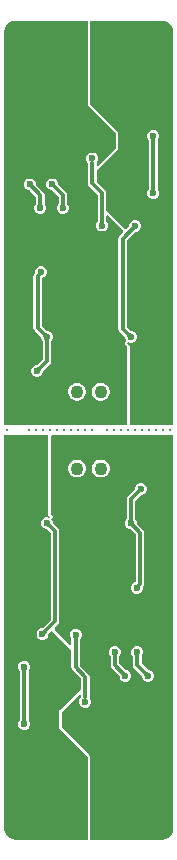
<source format=gbl>
G04*
G04 #@! TF.GenerationSoftware,Altium Limited,Altium Designer,21.0.8 (223)*
G04*
G04 Layer_Physical_Order=2*
G04 Layer_Color=16711680*
%FSLAX25Y25*%
%MOIN*%
G70*
G04*
G04 #@! TF.SameCoordinates,5BEE501C-0E39-4D07-B5F2-D33AD55358CD*
G04*
G04*
G04 #@! TF.FilePolarity,Positive*
G04*
G01*
G75*
%ADD21C,0.04331*%
%ADD26C,0.01181*%
%ADD41C,0.01181*%
%ADD43C,0.02362*%
%ADD44C,0.03150*%
G36*
X15945Y136220D02*
X15945Y109646D01*
X16680Y108911D01*
X16396Y108487D01*
X15945Y108674D01*
X15157D01*
X14429Y108372D01*
X13872Y107815D01*
X13570Y107087D01*
Y106299D01*
X13872Y105571D01*
X14429Y105013D01*
X15157Y104712D01*
X15566D01*
X15583Y104709D01*
X15588Y104707D01*
X15599Y104705D01*
X15609Y104700D01*
X15638Y104683D01*
X15670Y104660D01*
X15713Y104624D01*
X16889Y103448D01*
Y74613D01*
X14142Y71866D01*
X14123Y71851D01*
X14078Y71819D01*
X14045Y71797D01*
X14026Y71788D01*
X14013Y71784D01*
X14004Y71782D01*
X13999Y71781D01*
X13986Y71777D01*
X13683D01*
X12955Y71475D01*
X12398Y70918D01*
X12096Y70190D01*
Y69402D01*
X12398Y68674D01*
X12955Y68117D01*
X13683Y67815D01*
X14471D01*
X15199Y68117D01*
X15757Y68674D01*
X16058Y69402D01*
Y69705D01*
X16062Y69718D01*
X16063Y69723D01*
X16065Y69732D01*
X16069Y69745D01*
X16079Y69764D01*
X16100Y69797D01*
X16126Y69834D01*
X16159Y69873D01*
X17030Y70744D01*
X17640Y70647D01*
X23701Y64586D01*
Y58739D01*
X23809Y58197D01*
X24116Y57737D01*
X26929Y54924D01*
Y51338D01*
X24016Y48425D01*
X20147Y44556D01*
X19685Y44748D01*
X19685Y44961D01*
Y48425D01*
X19685Y44094D01*
X19685Y44094D01*
X19685Y44094D01*
X19685Y38385D01*
X29134Y28936D01*
Y1326D01*
X4921D01*
X4921Y1326D01*
X4921Y1326D01*
X4429Y1384D01*
X3989Y1442D01*
X3120Y1802D01*
X2374Y2374D01*
X1802Y3120D01*
X1442Y3989D01*
X1382Y4445D01*
X1326Y4921D01*
X1326Y5421D01*
X1326Y136221D01*
X15945Y136220D01*
D02*
G37*
G36*
X16738Y106685D02*
X16755Y106617D01*
X16781Y106546D01*
X16815Y106472D01*
X16859Y106395D01*
X16911Y106315D01*
X16973Y106232D01*
X17123Y106058D01*
X17212Y105966D01*
X16433Y105074D01*
X16342Y105162D01*
X16166Y105308D01*
X16083Y105367D01*
X16001Y105416D01*
X15922Y105455D01*
X15846Y105485D01*
X15772Y105504D01*
X15701Y105514D01*
X15633Y105515D01*
X16731Y106751D01*
X16738Y106685D01*
D02*
G37*
G36*
X15719Y70603D02*
X15631Y70511D01*
X15483Y70336D01*
X15423Y70253D01*
X15372Y70172D01*
X15330Y70094D01*
X15298Y70018D01*
X15276Y69946D01*
X15262Y69875D01*
X15258Y69808D01*
X14089Y70977D01*
X14156Y70981D01*
X14227Y70995D01*
X14299Y71017D01*
X14375Y71049D01*
X14453Y71091D01*
X14534Y71141D01*
X14617Y71201D01*
X14704Y71271D01*
X14884Y71438D01*
X15719Y70603D01*
D02*
G37*
G36*
X25946Y68752D02*
X25901Y68701D01*
X25861Y68642D01*
X25825Y68574D01*
X25795Y68498D01*
X25769Y68414D01*
X25747Y68321D01*
X25731Y68219D01*
X25719Y68109D01*
X25709Y67864D01*
X24528Y67865D01*
X24526Y67992D01*
X24507Y68220D01*
X24491Y68322D01*
X24469Y68415D01*
X24443Y68499D01*
X24413Y68575D01*
X24377Y68643D01*
X24337Y68702D01*
X24292Y68753D01*
X25946Y68752D01*
D02*
G37*
G36*
X57730Y5421D02*
X57730Y5118D01*
X57730Y4921D01*
X57673Y4445D01*
X57613Y3989D01*
X57253Y3120D01*
X56681Y2374D01*
X55935Y1802D01*
X55066Y1442D01*
X54182Y1326D01*
X29950D01*
Y28936D01*
X29950Y28936D01*
X29887Y29249D01*
X29711Y29513D01*
X29711Y29513D01*
X20501Y38723D01*
X20501Y43831D01*
X20724Y43980D01*
X24592Y47848D01*
X24592Y47848D01*
X26467Y49723D01*
X26929Y49531D01*
Y48819D01*
X26929Y48819D01*
X26960Y48660D01*
X26667Y48366D01*
X26365Y47638D01*
Y46850D01*
X26667Y46122D01*
X27224Y45565D01*
X27952Y45263D01*
X28741D01*
X29469Y45565D01*
X30026Y46122D01*
X30328Y46850D01*
Y47638D01*
X30026Y48366D01*
X29733Y48660D01*
X29764Y48819D01*
Y55512D01*
X29656Y56054D01*
X29349Y56514D01*
X26537Y59327D01*
Y68085D01*
X26539Y68110D01*
X26548Y68164D01*
X26557Y68203D01*
X26563Y68223D01*
X26570Y68234D01*
X26575Y68242D01*
X26577Y68247D01*
X26584Y68258D01*
X26799Y68473D01*
X27101Y69201D01*
Y69990D01*
X26799Y70718D01*
X26242Y71275D01*
X25514Y71577D01*
X24726D01*
X23998Y71275D01*
X23440Y70718D01*
X23139Y69990D01*
Y69201D01*
X23440Y68473D01*
X23654Y68260D01*
X23661Y68248D01*
X23662Y68244D01*
X23667Y68236D01*
X23675Y68224D01*
X23681Y68204D01*
X23690Y68165D01*
X23697Y68121D01*
X23701Y68069D01*
Y66393D01*
X23239Y66202D01*
X18217Y71224D01*
X18123Y71533D01*
X18110Y71757D01*
X18114Y71801D01*
X18121Y71827D01*
X18126Y71840D01*
X19310Y73023D01*
X19617Y73483D01*
X19725Y74026D01*
Y104035D01*
X19617Y104578D01*
X19310Y105038D01*
X17639Y106708D01*
X17610Y106742D01*
X17580Y106783D01*
X17555Y106820D01*
X17541Y106846D01*
X17541Y106846D01*
X17533Y106870D01*
X17532Y106873D01*
Y107087D01*
X17231Y107815D01*
X17043Y108003D01*
X17074Y108034D01*
X17358Y108458D01*
X17388Y108532D01*
X17433Y108599D01*
X17449Y108678D01*
X17479Y108752D01*
Y108832D01*
X17495Y108911D01*
X17480Y108990D01*
Y109070D01*
X17449Y109144D01*
X17433Y109223D01*
X17388Y109290D01*
X17358Y109364D01*
X17301Y109421D01*
X17256Y109488D01*
X16760Y109984D01*
X16760Y135721D01*
X17260Y136221D01*
X57730D01*
X57730Y5421D01*
D02*
G37*
G36*
X54134Y274265D02*
X54134Y274265D01*
X54150Y274263D01*
X54626Y274207D01*
X55066Y274149D01*
X55935Y273789D01*
X56681Y273216D01*
X57253Y272470D01*
X57613Y271602D01*
X57673Y271146D01*
X57730Y270669D01*
X57730Y270169D01*
X57730Y139370D01*
X43110Y139370D01*
X43110Y165945D01*
X42376Y166680D01*
X42659Y167103D01*
X43110Y166917D01*
X43898D01*
X44626Y167218D01*
X45183Y167775D01*
X45485Y168504D01*
Y169292D01*
X45183Y170020D01*
X44626Y170577D01*
X43898Y170879D01*
X43489D01*
X43472Y170882D01*
X43467Y170884D01*
X43456Y170886D01*
X43446Y170890D01*
X43417Y170908D01*
X43385Y170931D01*
X43342Y170966D01*
X42166Y172142D01*
Y200977D01*
X44913Y203724D01*
X44932Y203740D01*
X44977Y203772D01*
X45010Y203793D01*
X45029Y203803D01*
X45042Y203806D01*
X45051Y203808D01*
X45056Y203810D01*
X45069Y203813D01*
X45372D01*
X46100Y204115D01*
X46657Y204672D01*
X46959Y205400D01*
Y206189D01*
X46657Y206917D01*
X46100Y207474D01*
X45372Y207776D01*
X44584D01*
X43856Y207474D01*
X43299Y206917D01*
X42997Y206189D01*
Y205885D01*
X42994Y205873D01*
X42992Y205868D01*
X42990Y205859D01*
X42987Y205845D01*
X42977Y205827D01*
X42956Y205793D01*
X42929Y205757D01*
X42896Y205717D01*
X42025Y204847D01*
X41415Y204943D01*
X38583Y207776D01*
X35354Y211004D01*
Y216851D01*
X35246Y217394D01*
X34939Y217854D01*
X32126Y220666D01*
Y224252D01*
X38908Y231034D01*
X39370Y230843D01*
X39370Y230645D01*
Y227165D01*
X39370Y231496D01*
X39370Y231496D01*
X39370Y231496D01*
X39370Y234467D01*
Y237205D01*
X29921Y246654D01*
Y274265D01*
X54134D01*
X54134Y274265D01*
D02*
G37*
G36*
X29106Y246654D02*
X29106Y246654D01*
X29168Y246342D01*
X29344Y246077D01*
X29344Y246077D01*
X38554Y236867D01*
Y234467D01*
X38554Y231760D01*
X38331Y231611D01*
X32588Y225868D01*
X32126Y226059D01*
Y226772D01*
X32127Y226772D01*
X32095Y226931D01*
X32388Y227224D01*
X32690Y227952D01*
Y228741D01*
X32388Y229469D01*
X31831Y230026D01*
X31103Y230328D01*
X30315D01*
X29586Y230026D01*
X29029Y229469D01*
X28728Y228741D01*
Y227952D01*
X29029Y227224D01*
X29323Y226931D01*
X29291Y226772D01*
Y220079D01*
X29399Y219536D01*
X29706Y219076D01*
X32518Y216264D01*
Y207505D01*
X32516Y207481D01*
X32507Y207427D01*
X32498Y207388D01*
X32492Y207368D01*
X32485Y207356D01*
X32480Y207348D01*
X32478Y207344D01*
X32471Y207332D01*
X32256Y207117D01*
X31954Y206389D01*
Y205601D01*
X32256Y204873D01*
X32813Y204315D01*
X33541Y204014D01*
X34330D01*
X35058Y204315D01*
X35615Y204873D01*
X35917Y205601D01*
Y206389D01*
X35615Y207117D01*
X35401Y207331D01*
X35394Y207342D01*
X35393Y207347D01*
X35388Y207354D01*
X35381Y207366D01*
X35374Y207386D01*
X35366Y207425D01*
X35358Y207470D01*
X35354Y207521D01*
Y209197D01*
X35816Y209389D01*
X38006Y207199D01*
X38006Y207199D01*
X40838Y204367D01*
X40933Y204058D01*
X40945Y203834D01*
X40941Y203790D01*
X40934Y203764D01*
X40929Y203750D01*
X39746Y202567D01*
X39438Y202107D01*
X39330Y201565D01*
Y171555D01*
X39438Y171013D01*
X39746Y170553D01*
X41416Y168882D01*
X41445Y168849D01*
X41475Y168808D01*
X41500Y168770D01*
X41514Y168745D01*
X41514Y168745D01*
X41522Y168720D01*
X41523Y168718D01*
Y168504D01*
X41824Y167775D01*
X42012Y167588D01*
X41981Y167557D01*
X41697Y167133D01*
X41667Y167059D01*
X41622Y166992D01*
X41606Y166913D01*
X41576Y166839D01*
Y166758D01*
X41560Y166680D01*
X41576Y166601D01*
Y166520D01*
X41606Y166446D01*
X41622Y166367D01*
X41667Y166300D01*
X41697Y166226D01*
X41754Y166170D01*
X41799Y166103D01*
X42295Y165607D01*
X42295Y139870D01*
X41795Y139370D01*
X1326D01*
X1326Y270169D01*
X1326Y270472D01*
X1326Y270669D01*
X1382Y271146D01*
X1442Y271602D01*
X1802Y272470D01*
X2374Y273216D01*
X3120Y273789D01*
X3989Y274149D01*
X4874Y274265D01*
X29106D01*
Y246654D01*
D02*
G37*
G36*
X34527Y207726D02*
X34529Y207599D01*
X34548Y207370D01*
X34565Y207269D01*
X34586Y207176D01*
X34612Y207091D01*
X34642Y207015D01*
X34678Y206948D01*
X34718Y206889D01*
X34763Y206838D01*
X33109Y206839D01*
X33154Y206890D01*
X33194Y206949D01*
X33230Y207016D01*
X33261Y207092D01*
X33287Y207177D01*
X33308Y207270D01*
X33324Y207371D01*
X33336Y207481D01*
X33346Y207727D01*
X34527Y207726D01*
D02*
G37*
G36*
X44966Y204613D02*
X44899Y204609D01*
X44829Y204596D01*
X44756Y204573D01*
X44680Y204541D01*
X44602Y204500D01*
X44521Y204449D01*
X44438Y204389D01*
X44352Y204320D01*
X44171Y204153D01*
X43336Y204988D01*
X43424Y205079D01*
X43572Y205254D01*
X43633Y205338D01*
X43683Y205419D01*
X43725Y205497D01*
X43757Y205572D01*
X43780Y205645D01*
X43793Y205715D01*
X43797Y205783D01*
X44966Y204613D01*
D02*
G37*
G36*
X42713Y170429D02*
X42889Y170282D01*
X42972Y170223D01*
X43054Y170175D01*
X43133Y170135D01*
X43209Y170106D01*
X43283Y170086D01*
X43354Y170076D01*
X43422Y170076D01*
X42324Y168840D01*
X42317Y168905D01*
X42300Y168974D01*
X42274Y169045D01*
X42240Y169119D01*
X42196Y169196D01*
X42144Y169276D01*
X42082Y169359D01*
X41932Y169533D01*
X41844Y169624D01*
X42622Y170517D01*
X42713Y170429D01*
D02*
G37*
%LPC*%
G36*
X8428Y60876D02*
X7640D01*
X6912Y60575D01*
X6354Y60018D01*
X6053Y59289D01*
Y58501D01*
X6354Y57773D01*
X6569Y57559D01*
X6576Y57547D01*
X6577Y57543D01*
X6583Y57535D01*
X6590Y57523D01*
X6596Y57503D01*
X6605Y57464D01*
X6612Y57420D01*
X6616Y57369D01*
Y41274D01*
X6613Y41249D01*
X6605Y41195D01*
X6596Y41156D01*
X6590Y41136D01*
X6583Y41124D01*
X6577Y41116D01*
X6576Y41112D01*
X6569Y41100D01*
X6354Y40886D01*
X6053Y40158D01*
Y39370D01*
X6354Y38642D01*
X6912Y38084D01*
X7640Y37783D01*
X8428D01*
X9156Y38084D01*
X9713Y38642D01*
X10015Y39370D01*
Y40158D01*
X9713Y40886D01*
X9499Y41100D01*
X9492Y41112D01*
X9490Y41116D01*
X9485Y41124D01*
X9478Y41136D01*
X9472Y41156D01*
X9463Y41195D01*
X9456Y41239D01*
X9452Y41291D01*
Y57386D01*
X9454Y57410D01*
X9463Y57464D01*
X9472Y57503D01*
X9478Y57523D01*
X9485Y57535D01*
X9490Y57543D01*
X9492Y57547D01*
X9499Y57559D01*
X9713Y57773D01*
X10015Y58501D01*
Y59289D01*
X9713Y60018D01*
X9156Y60575D01*
X8428Y60876D01*
D02*
G37*
%LPD*%
G36*
X8816Y58001D02*
X8776Y57942D01*
X8740Y57875D01*
X8709Y57799D01*
X8683Y57714D01*
X8662Y57621D01*
X8646Y57520D01*
X8634Y57409D01*
X8624Y57164D01*
X7443D01*
X7441Y57291D01*
X7422Y57520D01*
X7406Y57621D01*
X7384Y57714D01*
X7358Y57799D01*
X7327Y57875D01*
X7292Y57942D01*
X7252Y58001D01*
X7207Y58052D01*
X8861D01*
X8816Y58001D01*
D02*
G37*
G36*
X8627Y41368D02*
X8646Y41140D01*
X8662Y41038D01*
X8683Y40945D01*
X8709Y40861D01*
X8740Y40784D01*
X8776Y40717D01*
X8816Y40658D01*
X8861Y40607D01*
X7207D01*
X7252Y40658D01*
X7292Y40717D01*
X7327Y40784D01*
X7358Y40861D01*
X7384Y40945D01*
X7406Y41038D01*
X7422Y41140D01*
X7434Y41250D01*
X7443Y41495D01*
X8624D01*
X8627Y41368D01*
D02*
G37*
%LPC*%
G36*
X33855Y127965D02*
X33074D01*
X32320Y127763D01*
X31644Y127373D01*
X31092Y126821D01*
X30701Y126145D01*
X30499Y125390D01*
Y124610D01*
X30701Y123855D01*
X31092Y123179D01*
X31644Y122627D01*
X32320Y122237D01*
X33074Y122035D01*
X33855D01*
X34609Y122237D01*
X35285Y122627D01*
X35837Y123179D01*
X36228Y123855D01*
X36430Y124610D01*
Y125390D01*
X36228Y126145D01*
X35837Y126821D01*
X35285Y127373D01*
X34609Y127763D01*
X33855Y127965D01*
D02*
G37*
G36*
X25981D02*
X25200D01*
X24446Y127763D01*
X23770Y127373D01*
X23218Y126821D01*
X22827Y126145D01*
X22625Y125390D01*
Y124610D01*
X22827Y123855D01*
X23218Y123179D01*
X23770Y122627D01*
X24446Y122237D01*
X25200Y122035D01*
X25981D01*
X26735Y122237D01*
X27411Y122627D01*
X27963Y123179D01*
X28354Y123855D01*
X28556Y124610D01*
Y125390D01*
X28354Y126145D01*
X27963Y126821D01*
X27411Y127373D01*
X26735Y127763D01*
X25981Y127965D01*
D02*
G37*
G36*
X47245Y120091D02*
X46456D01*
X45728Y119790D01*
X45171Y119232D01*
X44869Y118504D01*
Y118201D01*
X44866Y118188D01*
X44864Y118184D01*
X44862Y118174D01*
X44859Y118161D01*
X44849Y118143D01*
X44828Y118109D01*
X44802Y118073D01*
X44768Y118033D01*
X42501Y115766D01*
X42194Y115306D01*
X42086Y114764D01*
Y108203D01*
X42083Y108178D01*
X42075Y108124D01*
X42066Y108085D01*
X42060Y108065D01*
X42053Y108053D01*
X42048Y108046D01*
X42046Y108041D01*
X42039Y108029D01*
X41824Y107815D01*
X41523Y107087D01*
Y106299D01*
X41824Y105571D01*
X42382Y105013D01*
X43110Y104712D01*
X43413D01*
X43426Y104709D01*
X43431Y104707D01*
X43440Y104705D01*
X43453Y104701D01*
X43472Y104692D01*
X43505Y104671D01*
X43541Y104644D01*
X43581Y104611D01*
X45177Y103015D01*
Y87167D01*
X45165Y87155D01*
X45122Y87119D01*
X45078D01*
X44350Y86817D01*
X43793Y86260D01*
X43491Y85532D01*
Y84744D01*
X43793Y84016D01*
X44350Y83458D01*
X45078Y83157D01*
X45867D01*
X46595Y83458D01*
X47152Y84016D01*
X47453Y84744D01*
Y85433D01*
X47597Y85577D01*
X47680Y85701D01*
X47696Y85718D01*
X47704Y85737D01*
X47905Y86037D01*
X48012Y86580D01*
Y103602D01*
X47905Y104145D01*
X47597Y104605D01*
X45574Y106628D01*
X45558Y106647D01*
X45526Y106692D01*
X45505Y106725D01*
X45495Y106744D01*
X45492Y106757D01*
X45490Y106766D01*
X45488Y106771D01*
X45485Y106784D01*
Y107087D01*
X45183Y107815D01*
X44969Y108029D01*
X44962Y108041D01*
X44960Y108046D01*
X44955Y108053D01*
X44948Y108065D01*
X44942Y108085D01*
X44933Y108124D01*
X44926Y108168D01*
X44922Y108220D01*
Y114176D01*
X46785Y116040D01*
X46805Y116056D01*
X46849Y116088D01*
X46883Y116109D01*
X46901Y116119D01*
X46914Y116122D01*
X46924Y116124D01*
X46928Y116126D01*
X46941Y116129D01*
X47245D01*
X47973Y116431D01*
X48530Y116988D01*
X48831Y117716D01*
Y118504D01*
X48530Y119232D01*
X47973Y119790D01*
X47245Y120091D01*
D02*
G37*
G36*
X46063Y65761D02*
X45275D01*
X44547Y65459D01*
X43990Y64902D01*
X43688Y64174D01*
Y63385D01*
X43990Y62657D01*
X44204Y62443D01*
X44211Y62431D01*
X44213Y62427D01*
X44218Y62419D01*
X44225Y62407D01*
X44231Y62387D01*
X44240Y62349D01*
X44247Y62304D01*
X44251Y62253D01*
Y59449D01*
X44359Y58906D01*
X44667Y58446D01*
X47142Y55971D01*
X47158Y55951D01*
X47190Y55907D01*
X47211Y55873D01*
X47221Y55854D01*
X47225Y55841D01*
X47226Y55832D01*
X47228Y55827D01*
X47232Y55815D01*
Y55511D01*
X47533Y54783D01*
X48090Y54226D01*
X48818Y53924D01*
X49607D01*
X50335Y54226D01*
X50892Y54783D01*
X51194Y55511D01*
Y56300D01*
X50892Y57028D01*
X50335Y57585D01*
X49607Y57887D01*
X49303D01*
X49291Y57890D01*
X49286Y57892D01*
X49277Y57894D01*
X49264Y57897D01*
X49245Y57907D01*
X49211Y57928D01*
X49175Y57954D01*
X49136Y57988D01*
X47087Y60036D01*
Y62270D01*
X47090Y62295D01*
X47098Y62349D01*
X47107Y62387D01*
X47113Y62407D01*
X47120Y62419D01*
X47126Y62427D01*
X47128Y62431D01*
X47134Y62443D01*
X47349Y62657D01*
X47650Y63385D01*
Y64174D01*
X47349Y64902D01*
X46791Y65459D01*
X46063Y65761D01*
D02*
G37*
G36*
X38583D02*
X37795D01*
X37067Y65459D01*
X36509Y64902D01*
X36208Y64174D01*
Y63385D01*
X36509Y62657D01*
X36724Y62443D01*
X36731Y62431D01*
X36733Y62427D01*
X36738Y62419D01*
X36745Y62407D01*
X36751Y62387D01*
X36760Y62349D01*
X36767Y62304D01*
X36771Y62253D01*
Y59449D01*
X36879Y58906D01*
X37187Y58446D01*
X39662Y55971D01*
X39678Y55951D01*
X39710Y55907D01*
X39731Y55873D01*
X39741Y55854D01*
X39744Y55841D01*
X39746Y55832D01*
X39748Y55827D01*
X39751Y55815D01*
Y55511D01*
X40053Y54783D01*
X40610Y54226D01*
X41338Y53924D01*
X42126D01*
X42854Y54226D01*
X43412Y54783D01*
X43713Y55511D01*
Y56300D01*
X43412Y57028D01*
X42854Y57585D01*
X42126Y57887D01*
X41823D01*
X41810Y57890D01*
X41806Y57892D01*
X41796Y57894D01*
X41783Y57897D01*
X41765Y57907D01*
X41731Y57928D01*
X41695Y57954D01*
X41655Y57988D01*
X39607Y60036D01*
Y62270D01*
X39609Y62295D01*
X39618Y62349D01*
X39627Y62387D01*
X39633Y62407D01*
X39640Y62419D01*
X39645Y62427D01*
X39647Y62431D01*
X39654Y62443D01*
X39869Y62657D01*
X40170Y63385D01*
Y64174D01*
X39869Y64902D01*
X39311Y65459D01*
X38583Y65761D01*
D02*
G37*
%LPD*%
G36*
X46839Y116929D02*
X46771Y116925D01*
X46701Y116912D01*
X46628Y116889D01*
X46553Y116857D01*
X46474Y116816D01*
X46394Y116765D01*
X46310Y116705D01*
X46224Y116635D01*
X46044Y116468D01*
X45208Y117303D01*
X45297Y117395D01*
X45445Y117570D01*
X45505Y117654D01*
X45556Y117734D01*
X45597Y117813D01*
X45629Y117888D01*
X45652Y117961D01*
X45665Y118031D01*
X45669Y118098D01*
X46839Y116929D01*
D02*
G37*
G36*
X44097Y108297D02*
X44116Y108069D01*
X44132Y107967D01*
X44153Y107874D01*
X44179Y107790D01*
X44210Y107714D01*
X44246Y107646D01*
X44286Y107587D01*
X44331Y107536D01*
X42677D01*
X42722Y107587D01*
X42762Y107646D01*
X42798Y107714D01*
X42828Y107790D01*
X42854Y107874D01*
X42876Y107967D01*
X42892Y108069D01*
X42904Y108179D01*
X42913Y108424D01*
X44094D01*
X44097Y108297D01*
D02*
G37*
G36*
X44689Y106614D02*
X44702Y106544D01*
X44725Y106471D01*
X44757Y106395D01*
X44799Y106317D01*
X44849Y106236D01*
X44909Y106153D01*
X44979Y106067D01*
X45146Y105886D01*
X44311Y105051D01*
X44219Y105139D01*
X44044Y105287D01*
X43961Y105348D01*
X43880Y105398D01*
X43802Y105440D01*
X43726Y105472D01*
X43653Y105494D01*
X43583Y105508D01*
X43516Y105512D01*
X44685Y106681D01*
X44689Y106614D01*
D02*
G37*
G36*
X47012Y86162D02*
X46924Y86071D01*
X46779Y85902D01*
X46722Y85824D01*
X46677Y85752D01*
X46642Y85684D01*
X46617Y85621D01*
X46604Y85562D01*
X46601Y85509D01*
X46609Y85460D01*
X45344Y86312D01*
X45380Y86320D01*
X45423Y86338D01*
X45473Y86365D01*
X45529Y86402D01*
X45591Y86448D01*
X45735Y86568D01*
X45905Y86726D01*
X46000Y86820D01*
X47012Y86162D01*
D02*
G37*
G36*
X46451Y62885D02*
X46411Y62826D01*
X46376Y62759D01*
X46345Y62683D01*
X46319Y62598D01*
X46298Y62505D01*
X46281Y62404D01*
X46269Y62294D01*
X46260Y62048D01*
X45079D01*
X45076Y62175D01*
X45057Y62404D01*
X45041Y62505D01*
X45020Y62598D01*
X44994Y62683D01*
X44963Y62759D01*
X44928Y62826D01*
X44887Y62885D01*
X44842Y62936D01*
X46496D01*
X46451Y62885D01*
D02*
G37*
G36*
X48497Y57459D02*
X48672Y57311D01*
X48756Y57251D01*
X48837Y57200D01*
X48915Y57159D01*
X48990Y57127D01*
X49063Y57104D01*
X49133Y57091D01*
X49201Y57086D01*
X48032Y55917D01*
X48028Y55985D01*
X48014Y56055D01*
X47991Y56128D01*
X47959Y56203D01*
X47918Y56281D01*
X47867Y56362D01*
X47807Y56446D01*
X47738Y56532D01*
X47571Y56712D01*
X48406Y57547D01*
X48497Y57459D01*
D02*
G37*
G36*
X38971Y62885D02*
X38931Y62826D01*
X38895Y62759D01*
X38865Y62683D01*
X38839Y62598D01*
X38817Y62505D01*
X38801Y62404D01*
X38789Y62294D01*
X38780Y62048D01*
X37598D01*
X37596Y62175D01*
X37577Y62404D01*
X37561Y62505D01*
X37539Y62598D01*
X37513Y62683D01*
X37483Y62759D01*
X37447Y62826D01*
X37407Y62885D01*
X37362Y62936D01*
X39016D01*
X38971Y62885D01*
D02*
G37*
G36*
X41017Y57459D02*
X41192Y57311D01*
X41276Y57251D01*
X41356Y57200D01*
X41434Y57159D01*
X41510Y57127D01*
X41583Y57104D01*
X41653Y57091D01*
X41721Y57086D01*
X40551Y55917D01*
X40547Y55985D01*
X40534Y56055D01*
X40511Y56128D01*
X40479Y56203D01*
X40438Y56281D01*
X40387Y56362D01*
X40327Y56446D01*
X40257Y56532D01*
X40090Y56712D01*
X40925Y57547D01*
X41017Y57459D01*
D02*
G37*
%LPC*%
G36*
X51415Y237808D02*
X50627D01*
X49899Y237506D01*
X49342Y236949D01*
X49040Y236221D01*
Y235433D01*
X49342Y234705D01*
X49556Y234490D01*
X49563Y234478D01*
X49565Y234474D01*
X49570Y234467D01*
X49577Y234455D01*
X49583Y234435D01*
X49592Y234396D01*
X49599Y234352D01*
X49604Y234300D01*
Y218205D01*
X49601Y218180D01*
X49592Y218126D01*
X49583Y218087D01*
X49577Y218067D01*
X49570Y218056D01*
X49565Y218048D01*
X49563Y218043D01*
X49556Y218032D01*
X49342Y217817D01*
X49040Y217089D01*
Y216301D01*
X49342Y215573D01*
X49899Y215016D01*
X50627Y214714D01*
X51415D01*
X52144Y215016D01*
X52701Y215573D01*
X53002Y216301D01*
Y217089D01*
X52701Y217817D01*
X52486Y218032D01*
X52480Y218043D01*
X52478Y218048D01*
X52473Y218056D01*
X52466Y218067D01*
X52459Y218087D01*
X52451Y218126D01*
X52443Y218170D01*
X52439Y218222D01*
Y234317D01*
X52442Y234342D01*
X52451Y234396D01*
X52459Y234435D01*
X52466Y234455D01*
X52473Y234467D01*
X52478Y234474D01*
X52480Y234478D01*
X52486Y234490D01*
X52701Y234705D01*
X53002Y235433D01*
Y236221D01*
X52701Y236949D01*
X52144Y237506D01*
X51415Y237808D01*
D02*
G37*
%LPD*%
G36*
X51803Y234933D02*
X51763Y234874D01*
X51728Y234806D01*
X51697Y234730D01*
X51671Y234646D01*
X51650Y234553D01*
X51633Y234451D01*
X51621Y234341D01*
X51612Y234095D01*
X50431D01*
X50428Y234222D01*
X50410Y234451D01*
X50393Y234553D01*
X50372Y234646D01*
X50346Y234730D01*
X50315Y234806D01*
X50280Y234874D01*
X50239Y234933D01*
X50195Y234983D01*
X51848D01*
X51803Y234933D01*
D02*
G37*
G36*
X51614Y218300D02*
X51633Y218071D01*
X51650Y217969D01*
X51671Y217877D01*
X51697Y217792D01*
X51728Y217716D01*
X51763Y217648D01*
X51803Y217589D01*
X51848Y217539D01*
X50195D01*
X50239Y217589D01*
X50280Y217648D01*
X50315Y217716D01*
X50346Y217792D01*
X50372Y217877D01*
X50393Y217969D01*
X50410Y218071D01*
X50421Y218181D01*
X50431Y218427D01*
X51612D01*
X51614Y218300D01*
D02*
G37*
%LPC*%
G36*
X17717Y221666D02*
X16929D01*
X16201Y221364D01*
X15643Y220807D01*
X15342Y220079D01*
Y219291D01*
X15643Y218563D01*
X16201Y218006D01*
X16929Y217704D01*
X17232D01*
X17245Y217701D01*
X17249Y217699D01*
X17259Y217697D01*
X17272Y217694D01*
X17290Y217684D01*
X17324Y217663D01*
X17360Y217636D01*
X17400Y217603D01*
X19448Y215554D01*
Y213321D01*
X19446Y213296D01*
X19437Y213242D01*
X19428Y213203D01*
X19422Y213183D01*
X19415Y213171D01*
X19410Y213164D01*
X19408Y213159D01*
X19401Y213148D01*
X19187Y212933D01*
X18885Y212205D01*
Y211417D01*
X19187Y210689D01*
X19744Y210132D01*
X20472Y209830D01*
X21260D01*
X21988Y210132D01*
X22546Y210689D01*
X22847Y211417D01*
Y212205D01*
X22546Y212933D01*
X22331Y213148D01*
X22324Y213159D01*
X22322Y213164D01*
X22317Y213171D01*
X22310Y213183D01*
X22304Y213203D01*
X22295Y213242D01*
X22288Y213286D01*
X22284Y213338D01*
Y216142D01*
X22176Y216684D01*
X21869Y217144D01*
X19393Y219620D01*
X19377Y219639D01*
X19345Y219684D01*
X19324Y219718D01*
X19314Y219736D01*
X19311Y219749D01*
X19309Y219759D01*
X19307Y219763D01*
X19304Y219776D01*
Y220079D01*
X19002Y220807D01*
X18445Y221364D01*
X17717Y221666D01*
D02*
G37*
G36*
X10237D02*
X9448D01*
X8720Y221364D01*
X8163Y220807D01*
X7861Y220079D01*
Y219291D01*
X8163Y218563D01*
X8720Y218006D01*
X9448Y217704D01*
X9752D01*
X9764Y217701D01*
X9769Y217699D01*
X9778Y217697D01*
X9792Y217694D01*
X9810Y217684D01*
X9844Y217663D01*
X9880Y217636D01*
X9920Y217603D01*
X11968Y215554D01*
Y213321D01*
X11965Y213296D01*
X11957Y213242D01*
X11948Y213203D01*
X11942Y213183D01*
X11935Y213171D01*
X11929Y213164D01*
X11928Y213159D01*
X11921Y213148D01*
X11706Y212933D01*
X11405Y212205D01*
Y211417D01*
X11706Y210689D01*
X12264Y210132D01*
X12992Y209830D01*
X13780D01*
X14508Y210132D01*
X15065Y210689D01*
X15367Y211417D01*
Y212205D01*
X15065Y212933D01*
X14851Y213148D01*
X14844Y213159D01*
X14842Y213164D01*
X14837Y213171D01*
X14830Y213183D01*
X14824Y213203D01*
X14815Y213242D01*
X14808Y213286D01*
X14804Y213338D01*
Y216142D01*
X14696Y216684D01*
X14388Y217144D01*
X11913Y219620D01*
X11897Y219639D01*
X11865Y219684D01*
X11844Y219718D01*
X11834Y219736D01*
X11831Y219749D01*
X11829Y219759D01*
X11827Y219763D01*
X11824Y219776D01*
Y220079D01*
X11522Y220807D01*
X10965Y221364D01*
X10237Y221666D01*
D02*
G37*
G36*
X13977Y192434D02*
X13189D01*
X12461Y192132D01*
X11903Y191575D01*
X11602Y190847D01*
Y190157D01*
X11458Y190014D01*
X11375Y189890D01*
X11359Y189873D01*
X11351Y189854D01*
X11151Y189553D01*
X11043Y189011D01*
Y171988D01*
X11151Y171446D01*
X11458Y170986D01*
X13481Y168963D01*
X13497Y168943D01*
X13529Y168899D01*
X13550Y168865D01*
X13560Y168847D01*
X13563Y168834D01*
X13565Y168824D01*
X13567Y168820D01*
X13570Y168807D01*
Y168504D01*
X13872Y167775D01*
X14086Y167561D01*
X14093Y167549D01*
X14095Y167545D01*
X14100Y167537D01*
X14107Y167525D01*
X14113Y167506D01*
X14122Y167467D01*
X14129Y167423D01*
X14133Y167371D01*
Y161414D01*
X12270Y159550D01*
X12250Y159535D01*
X12206Y159503D01*
X12172Y159482D01*
X12154Y159472D01*
X12141Y159468D01*
X12131Y159467D01*
X12127Y159465D01*
X12114Y159461D01*
X11811D01*
X11083Y159160D01*
X10525Y158602D01*
X10224Y157874D01*
Y157086D01*
X10525Y156358D01*
X11083Y155801D01*
X11811Y155499D01*
X12599D01*
X13327Y155801D01*
X13884Y156358D01*
X14186Y157086D01*
Y157389D01*
X14189Y157402D01*
X14191Y157407D01*
X14193Y157416D01*
X14196Y157429D01*
X14206Y157448D01*
X14227Y157481D01*
X14253Y157518D01*
X14287Y157557D01*
X16554Y159824D01*
X16861Y160284D01*
X16969Y160827D01*
Y167388D01*
X16972Y167413D01*
X16980Y167467D01*
X16989Y167506D01*
X16995Y167525D01*
X17002Y167537D01*
X17008Y167545D01*
X17009Y167549D01*
X17016Y167561D01*
X17231Y167775D01*
X17532Y168504D01*
Y169292D01*
X17231Y170020D01*
X16673Y170577D01*
X15945Y170879D01*
X15642D01*
X15629Y170882D01*
X15625Y170884D01*
X15615Y170886D01*
X15602Y170889D01*
X15584Y170899D01*
X15550Y170920D01*
X15514Y170946D01*
X15474Y170980D01*
X13878Y172576D01*
Y188424D01*
X13890Y188435D01*
X13933Y188472D01*
X13977D01*
X14705Y188773D01*
X15262Y189331D01*
X15564Y190059D01*
Y190847D01*
X15262Y191575D01*
X14705Y192132D01*
X13977Y192434D01*
D02*
G37*
G36*
X33855Y153556D02*
X33074D01*
X32320Y153354D01*
X31644Y152963D01*
X31092Y152411D01*
X30701Y151735D01*
X30499Y150981D01*
Y150200D01*
X30701Y149446D01*
X31092Y148770D01*
X31644Y148218D01*
X32320Y147827D01*
X33074Y147625D01*
X33855D01*
X34609Y147827D01*
X35285Y148218D01*
X35837Y148770D01*
X36228Y149446D01*
X36430Y150200D01*
Y150981D01*
X36228Y151735D01*
X35837Y152411D01*
X35285Y152963D01*
X34609Y153354D01*
X33855Y153556D01*
D02*
G37*
G36*
X25981D02*
X25200D01*
X24446Y153354D01*
X23770Y152963D01*
X23218Y152411D01*
X22827Y151735D01*
X22625Y150981D01*
Y150200D01*
X22827Y149446D01*
X23218Y148770D01*
X23770Y148218D01*
X24446Y147827D01*
X25200Y147625D01*
X25981D01*
X26735Y147827D01*
X27411Y148218D01*
X27963Y148770D01*
X28354Y149446D01*
X28556Y150200D01*
Y150981D01*
X28354Y151735D01*
X27963Y152411D01*
X27411Y152963D01*
X26735Y153354D01*
X25981Y153556D01*
D02*
G37*
%LPD*%
G36*
X18508Y219606D02*
X18521Y219536D01*
X18544Y219463D01*
X18576Y219387D01*
X18618Y219309D01*
X18668Y219228D01*
X18728Y219145D01*
X18798Y219059D01*
X18965Y218878D01*
X18130Y218043D01*
X18038Y218131D01*
X17863Y218280D01*
X17780Y218340D01*
X17699Y218390D01*
X17621Y218432D01*
X17545Y218464D01*
X17472Y218487D01*
X17402Y218500D01*
X17335Y218504D01*
X18504Y219673D01*
X18508Y219606D01*
D02*
G37*
G36*
X21459Y213416D02*
X21478Y213187D01*
X21495Y213085D01*
X21516Y212992D01*
X21542Y212908D01*
X21572Y212832D01*
X21608Y212764D01*
X21648Y212705D01*
X21693Y212654D01*
X20039D01*
X20084Y212705D01*
X20124Y212764D01*
X20160Y212832D01*
X20190Y212908D01*
X20216Y212992D01*
X20238Y213085D01*
X20254Y213187D01*
X20266Y213297D01*
X20276Y213543D01*
X21457D01*
X21459Y213416D01*
D02*
G37*
G36*
X11028Y219606D02*
X11041Y219536D01*
X11064Y219463D01*
X11096Y219387D01*
X11137Y219309D01*
X11188Y219228D01*
X11248Y219145D01*
X11317Y219059D01*
X11485Y218878D01*
X10649Y218043D01*
X10558Y218131D01*
X10383Y218280D01*
X10299Y218340D01*
X10218Y218390D01*
X10140Y218432D01*
X10065Y218464D01*
X9992Y218487D01*
X9922Y218500D01*
X9854Y218504D01*
X11024Y219673D01*
X11028Y219606D01*
D02*
G37*
G36*
X13979Y213416D02*
X13998Y213187D01*
X14014Y213085D01*
X14035Y212992D01*
X14061Y212908D01*
X14092Y212832D01*
X14128Y212764D01*
X14168Y212705D01*
X14213Y212654D01*
X12559D01*
X12604Y212705D01*
X12644Y212764D01*
X12679Y212832D01*
X12710Y212908D01*
X12736Y212992D01*
X12757Y213085D01*
X12774Y213187D01*
X12786Y213297D01*
X12795Y213543D01*
X13976D01*
X13979Y213416D01*
D02*
G37*
G36*
X13711Y189279D02*
X13675Y189270D01*
X13632Y189252D01*
X13582Y189225D01*
X13527Y189189D01*
X13464Y189143D01*
X13320Y189022D01*
X13150Y188864D01*
X13056Y188771D01*
X12043Y189428D01*
X12131Y189520D01*
X12276Y189689D01*
X12333Y189766D01*
X12378Y189839D01*
X12413Y189907D01*
X12438Y189970D01*
X12451Y190028D01*
X12454Y190082D01*
X12446Y190131D01*
X13711Y189279D01*
D02*
G37*
G36*
X14836Y170451D02*
X15011Y170303D01*
X15094Y170243D01*
X15175Y170192D01*
X15253Y170151D01*
X15329Y170119D01*
X15402Y170096D01*
X15472Y170083D01*
X15539Y170079D01*
X14370Y168910D01*
X14366Y168977D01*
X14353Y169047D01*
X14330Y169120D01*
X14298Y169195D01*
X14257Y169274D01*
X14206Y169354D01*
X14146Y169438D01*
X14076Y169524D01*
X13909Y169704D01*
X14744Y170540D01*
X14836Y170451D01*
D02*
G37*
G36*
X16333Y168004D02*
X16293Y167945D01*
X16258Y167877D01*
X16227Y167801D01*
X16201Y167716D01*
X16180Y167623D01*
X16163Y167522D01*
X16151Y167412D01*
X16142Y167166D01*
X14961D01*
X14958Y167293D01*
X14939Y167522D01*
X14923Y167623D01*
X14902Y167716D01*
X14876Y167801D01*
X14845Y167877D01*
X14809Y167945D01*
X14769Y168004D01*
X14724Y168054D01*
X16378D01*
X16333Y168004D01*
D02*
G37*
G36*
X13847Y158287D02*
X13758Y158196D01*
X13610Y158021D01*
X13550Y157937D01*
X13499Y157856D01*
X13458Y157778D01*
X13426Y157703D01*
X13403Y157630D01*
X13390Y157560D01*
X13386Y157492D01*
X12217Y158661D01*
X12284Y158665D01*
X12354Y158679D01*
X12427Y158701D01*
X12503Y158733D01*
X12581Y158775D01*
X12662Y158826D01*
X12745Y158886D01*
X12831Y158955D01*
X13012Y159122D01*
X13847Y158287D01*
D02*
G37*
D21*
X33465Y150591D02*
D03*
X25591D02*
D03*
X33465Y125000D02*
D03*
X25591D02*
D03*
D26*
X51968Y137795D02*
D03*
X40157D02*
D03*
X42520D02*
D03*
X30709D02*
D03*
X35433D02*
D03*
X44882D02*
D03*
X49606D02*
D03*
X37795D02*
D03*
X54331D02*
D03*
X47244D02*
D03*
X28346D02*
D03*
X25984D02*
D03*
X23622D02*
D03*
X21260D02*
D03*
X18898D02*
D03*
X16535D02*
D03*
X14173D02*
D03*
X11811D02*
D03*
X9449D02*
D03*
X2362D02*
D03*
X56693D02*
D03*
D41*
X30709Y220079D02*
Y226772D01*
X30709Y226772D01*
X30709Y220079D02*
X33936Y216851D01*
Y205996D02*
Y216851D01*
X33935Y205995D02*
X33936Y205996D01*
X51021Y216695D02*
Y235827D01*
X40748Y201565D02*
X44978Y205795D01*
X40748Y171555D02*
X43504Y168799D01*
X43504D01*
X40748Y171555D02*
Y201565D01*
X12461Y171988D02*
X15551Y168898D01*
X12461Y171988D02*
Y189011D01*
X13583Y190133D02*
Y190453D01*
X12461Y189011D02*
X13583Y190133D01*
X15551Y160827D02*
Y168898D01*
X12205Y157480D02*
X15551Y160827D01*
X20866Y211811D02*
Y216142D01*
X17323Y219685D02*
X20866Y216142D01*
X13386Y211811D02*
Y216142D01*
X9843Y219685D02*
X13386Y216142D01*
X45669Y59449D02*
X49213Y55905D01*
X45669Y59449D02*
Y63779D01*
X38189Y59449D02*
X41732Y55905D01*
X38189Y59449D02*
Y63779D01*
X43504Y114764D02*
X46850Y118110D01*
X43504Y106693D02*
Y114764D01*
X45472Y85457D02*
X46595Y86580D01*
X45472Y85138D02*
Y85457D01*
X46595Y86580D02*
Y103602D01*
X43504Y106693D02*
X46595Y103602D01*
X18307Y74026D02*
Y104035D01*
X15551Y106791D02*
X15551D01*
X18307Y104035D01*
X14077Y69796D02*
X18307Y74026D01*
X8034Y39764D02*
Y58895D01*
X25119Y69595D02*
X25120Y69596D01*
X25119Y58739D02*
Y69595D01*
Y58739D02*
X28346Y55512D01*
X28346Y48819D02*
X28346Y48819D01*
Y55512D01*
D43*
X54724Y2756D02*
D03*
Y10433D02*
D03*
X32677D02*
D03*
Y2756D02*
D03*
X3543Y131496D02*
D03*
Y134252D02*
D03*
X5906D02*
D03*
Y141339D02*
D03*
X3543D02*
D03*
X3477Y144041D02*
D03*
X30709Y215748D02*
D03*
X53150Y146850D02*
D03*
X44978Y205795D02*
D03*
X51021Y235827D02*
D03*
X50787Y146850D02*
D03*
X49606Y176772D02*
D03*
X55512Y146850D02*
D03*
X53150Y141339D02*
D03*
X55512Y144095D02*
D03*
X50787D02*
D03*
Y141339D02*
D03*
X55512D02*
D03*
X30709Y228346D02*
D03*
Y234646D02*
D03*
Y240945D02*
D03*
X9449Y212402D02*
D03*
X8231Y144053D02*
D03*
X8231Y146809D02*
D03*
X5869D02*
D03*
X8231Y141297D02*
D03*
X3506Y146809D02*
D03*
X5869Y144053D02*
D03*
X53150Y144095D02*
D03*
X33280Y222047D02*
D03*
X33935Y205995D02*
D03*
X51021Y216695D02*
D03*
X20472Y144488D02*
D03*
Y147638D02*
D03*
Y150787D02*
D03*
Y153937D02*
D03*
X38583D02*
D03*
Y150787D02*
D03*
Y147638D02*
D03*
Y144488D02*
D03*
X15551Y168898D02*
D03*
X43320Y181417D02*
D03*
X43504Y168898D02*
D03*
X13583Y190453D02*
D03*
X12205Y157480D02*
D03*
X9449Y176772D02*
D03*
X15748Y181417D02*
D03*
X41339Y220463D02*
D03*
X49213Y272835D02*
D03*
X43701D02*
D03*
Y267717D02*
D03*
X46457Y272835D02*
D03*
X40945Y270276D02*
D03*
X49213D02*
D03*
X54724Y272835D02*
D03*
X46457Y270276D02*
D03*
X35433D02*
D03*
X54724D02*
D03*
X38189D02*
D03*
X54724Y267717D02*
D03*
X46457D02*
D03*
X32677Y270276D02*
D03*
X40945Y267717D02*
D03*
X32677Y272835D02*
D03*
X43701Y270276D02*
D03*
X32677Y267717D02*
D03*
X35433D02*
D03*
X51968D02*
D03*
X49213D02*
D03*
X38189D02*
D03*
X51968Y270276D02*
D03*
X35433Y265158D02*
D03*
X54724D02*
D03*
X32677D02*
D03*
X40945Y272835D02*
D03*
X38189Y265158D02*
D03*
X49213D02*
D03*
X46457D02*
D03*
X43701D02*
D03*
X35433Y272835D02*
D03*
X40945Y265158D02*
D03*
X38189Y272835D02*
D03*
X51968Y265158D02*
D03*
Y272835D02*
D03*
X23622Y272835D02*
D03*
Y265158D02*
D03*
X9843Y272835D02*
D03*
X12598Y265158D02*
D03*
X7087Y272835D02*
D03*
X15354Y265158D02*
D03*
X18110D02*
D03*
X20866D02*
D03*
X9843D02*
D03*
X12598Y272835D02*
D03*
X4331Y265158D02*
D03*
X26378D02*
D03*
X7087D02*
D03*
X23622Y270276D02*
D03*
X9843Y267717D02*
D03*
X20866D02*
D03*
X23622D02*
D03*
X7087D02*
D03*
X4331D02*
D03*
X15354Y270276D02*
D03*
X4331Y272835D02*
D03*
X12598Y267717D02*
D03*
X4331Y270276D02*
D03*
X18110Y267717D02*
D03*
X26378D02*
D03*
X9843Y270276D02*
D03*
X26378D02*
D03*
X7087D02*
D03*
X18110D02*
D03*
X26378Y272835D02*
D03*
X20866Y270276D02*
D03*
X12598D02*
D03*
X18110Y272835D02*
D03*
X15354Y267717D02*
D03*
Y272835D02*
D03*
X20866D02*
D03*
X15748Y237795D02*
D03*
X9843Y219685D02*
D03*
X17323D02*
D03*
X13386Y211811D02*
D03*
X20866D02*
D03*
X38189Y63779D02*
D03*
X45669D02*
D03*
X41732Y55905D02*
D03*
X49213D02*
D03*
X43307Y37795D02*
D03*
X38189Y2756D02*
D03*
X43701D02*
D03*
Y7874D02*
D03*
X40945Y2756D02*
D03*
X46457Y5315D02*
D03*
X38189D02*
D03*
X40945D02*
D03*
X51968D02*
D03*
X32677D02*
D03*
X49213D02*
D03*
X32677Y7874D02*
D03*
X40945D02*
D03*
X54724Y5315D02*
D03*
X46457Y7874D02*
D03*
X43701Y5315D02*
D03*
X54724Y7874D02*
D03*
X51968D02*
D03*
X35433D02*
D03*
X38189D02*
D03*
X49213D02*
D03*
X35433Y5315D02*
D03*
X51968Y10433D02*
D03*
X46457Y2756D02*
D03*
X49213Y10433D02*
D03*
X38189D02*
D03*
X40945D02*
D03*
X43701D02*
D03*
X51968Y2756D02*
D03*
X46457Y10433D02*
D03*
X49213Y2756D02*
D03*
X35433Y10433D02*
D03*
Y2756D02*
D03*
X7087Y2756D02*
D03*
Y10433D02*
D03*
X20866Y2756D02*
D03*
X18110Y10433D02*
D03*
X23622Y2756D02*
D03*
X15354Y10433D02*
D03*
X12598D02*
D03*
X9843D02*
D03*
X20866D02*
D03*
X18110Y2756D02*
D03*
X26378Y10433D02*
D03*
X4331D02*
D03*
X23622D02*
D03*
X7087Y5315D02*
D03*
X20866Y7874D02*
D03*
X9843D02*
D03*
X7087D02*
D03*
X23622D02*
D03*
X26378D02*
D03*
X15354Y5315D02*
D03*
X26378Y2756D02*
D03*
X18110Y7874D02*
D03*
X26378Y5315D02*
D03*
X12598Y7874D02*
D03*
X4331D02*
D03*
X20866Y5315D02*
D03*
X4331D02*
D03*
X23622D02*
D03*
X12598D02*
D03*
X4331Y2756D02*
D03*
X9843Y5315D02*
D03*
X18110D02*
D03*
X12598Y2756D02*
D03*
X15354Y7874D02*
D03*
Y2756D02*
D03*
X9843D02*
D03*
X17717Y55128D02*
D03*
X43307Y94173D02*
D03*
X49606Y98819D02*
D03*
X46850Y118110D02*
D03*
X45472Y85138D02*
D03*
X15551Y106693D02*
D03*
X15735Y94173D02*
D03*
X43504Y106693D02*
D03*
X20472Y131102D02*
D03*
Y127953D02*
D03*
Y124803D02*
D03*
Y121653D02*
D03*
X38583D02*
D03*
Y124803D02*
D03*
Y127953D02*
D03*
Y131102D02*
D03*
X8034Y58895D02*
D03*
X25120Y69596D02*
D03*
X25775Y53543D02*
D03*
X28346Y59842D02*
D03*
X5906Y131496D02*
D03*
X53187Y131538D02*
D03*
X55549Y128782D02*
D03*
X50824Y134294D02*
D03*
X53187Y128782D02*
D03*
X53187Y134294D02*
D03*
X55549D02*
D03*
X50824Y128782D02*
D03*
X55549Y131538D02*
D03*
X50824D02*
D03*
X49606Y63189D02*
D03*
X28346Y34646D02*
D03*
Y40945D02*
D03*
Y47244D02*
D03*
X8268Y134252D02*
D03*
Y131496D02*
D03*
X3543Y128740D02*
D03*
X9449Y98819D02*
D03*
X8268Y128740D02*
D03*
X8034Y39764D02*
D03*
X14077Y69796D02*
D03*
X5906Y128740D02*
D03*
D44*
X35315Y198130D02*
D03*
X34252Y232736D02*
D03*
X22835Y195571D02*
D03*
X36220Y80020D02*
D03*
X24803Y42854D02*
D03*
X23740Y77461D02*
D03*
M02*

</source>
